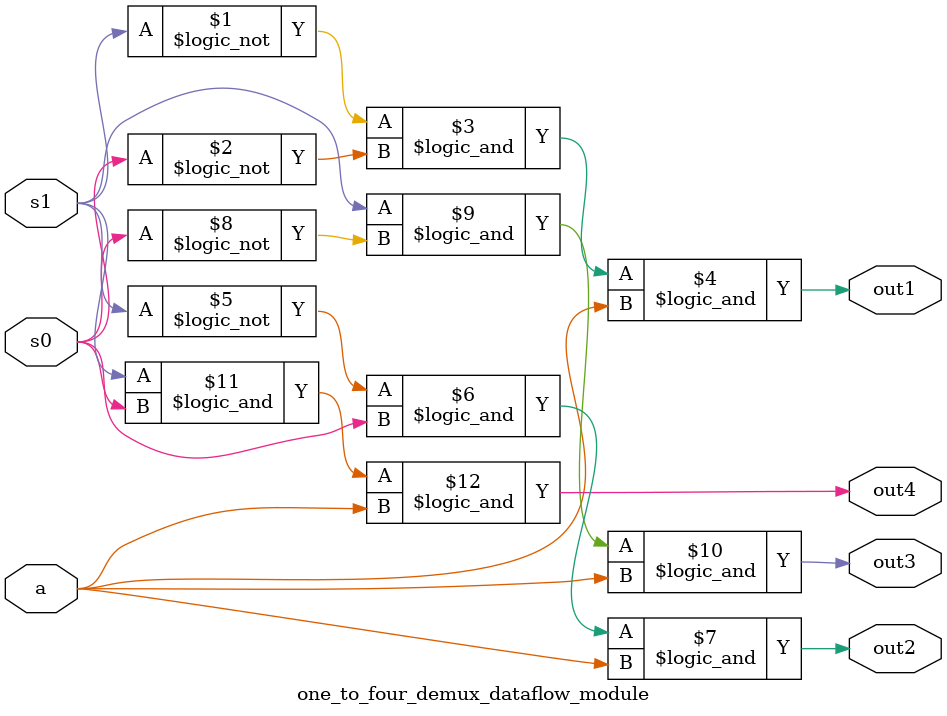
<source format=v>

module one_to_four_demux_dataflow_module (a, s0, s1, out1, out2, out3, out4);
	input a;
	input s0, s1;	
	output out1, out2, out3, out4;

	assign out1 = !s1 && !s0 && a;
	assign out2 = !s1 && s0 && a;
	assign out3 = s1 && !s0 && a;
	assign out4 = s1 && s0 && a;
	
endmodule

</source>
